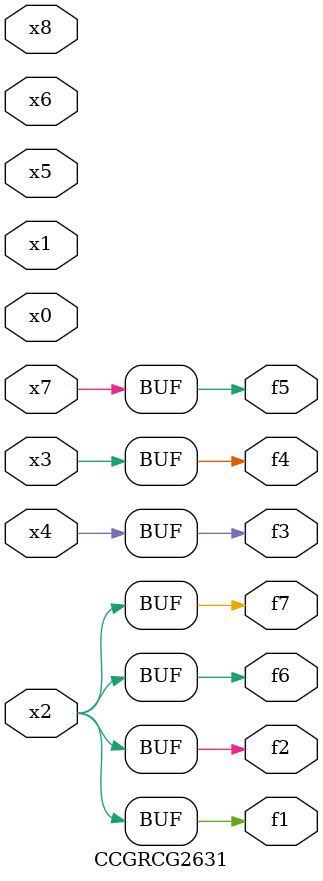
<source format=v>
module CCGRCG2631(
	input x0, x1, x2, x3, x4, x5, x6, x7, x8,
	output f1, f2, f3, f4, f5, f6, f7
);
	assign f1 = x2;
	assign f2 = x2;
	assign f3 = x4;
	assign f4 = x3;
	assign f5 = x7;
	assign f6 = x2;
	assign f7 = x2;
endmodule

</source>
